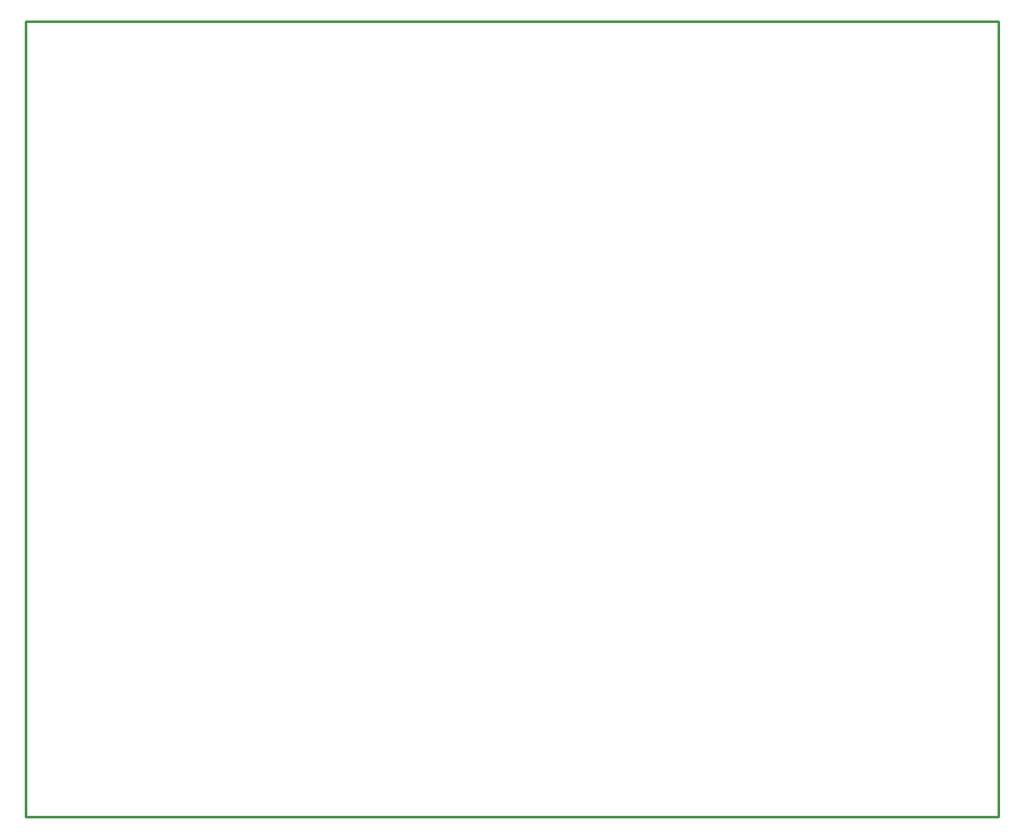
<source format=gko>
%FSLAX42Y42*%
%MOMM*%
G71*
G01*
G75*
%ADD10C,0.20*%
%ADD11R,2.00X2.00*%
%ADD12R,2.00X1.00*%
%ADD13R,1.00X2.00*%
%ADD14R,1.00X2.00*%
%ADD15C,0.41*%
%ADD16C,0.61*%
%ADD17C,0.30*%
%ADD18C,0.25*%
%ADD19C,1.73*%
%ADD20C,2.03*%
%ADD21C,1.90*%
%ADD22R,1.78X1.78*%
%ADD23C,1.78*%
%ADD24O,1.52X2.29*%
%ADD25R,1.52X2.29*%
%ADD26O,2.03X3.81*%
%ADD27C,1.83*%
%ADD28O,2.29X1.52*%
%ADD29O,1.78X1.52*%
%ADD30R,1.78X1.52*%
%ADD31C,5.08*%
%ADD32R,1.57X1.57*%
%ADD33C,1.57*%
%ADD34R,1.40X1.90*%
%ADD35O,1.40X1.90*%
%ADD36O,1.27X2.29*%
%ADD37R,1.27X2.29*%
%ADD38C,1.40*%
%ADD39R,2.29X1.52*%
%ADD40C,1.27*%
%ADD41R,2.20X2.20*%
%ADD42R,2.20X1.20*%
%ADD43R,1.20X2.20*%
%ADD44R,1.20X2.20*%
%ADD45C,1.93*%
%ADD46C,2.24*%
%ADD47C,2.11*%
%ADD48R,1.98X1.98*%
%ADD49C,1.98*%
%ADD50O,1.73X2.49*%
%ADD51R,1.73X2.49*%
%ADD52O,2.24X4.01*%
%ADD53O,2.49X1.73*%
%ADD54O,1.98X1.73*%
%ADD55R,1.98X1.73*%
%ADD56C,5.28*%
%ADD57R,1.60X2.11*%
%ADD58O,1.60X2.11*%
%ADD59O,1.47X2.49*%
%ADD60R,1.47X2.49*%
%ADD61C,1.60*%
%ADD62R,2.49X1.73*%
%ADD63C,1.47*%
D18*
X20332Y16389D02*
X29984D01*
Y24289D01*
X20332D02*
X29984D01*
X20332Y16389D02*
Y24289D01*
M02*

</source>
